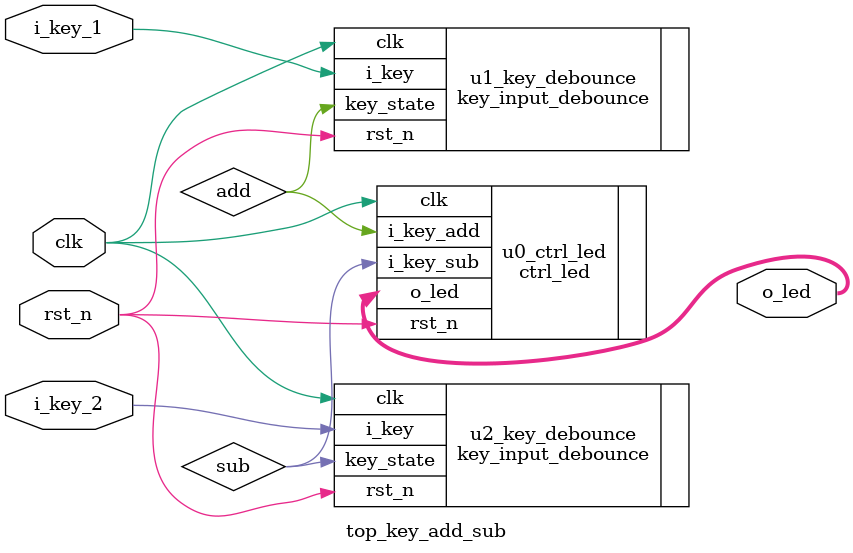
<source format=v>
`timescale 1ns / 1ps


module top_key_add_sub(
    clk, rst_n, i_key_1, i_key_2, o_led
    );
    input clk;
    input rst_n;

    input i_key_1;
    input i_key_2;

    output wire [3 : 0] o_led;

    wire add, sub;

    key_input_debounce   u1_key_debounce(
        .clk           (clk), 
        .rst_n         (rst_n), 
        .i_key         (i_key_1), 
        .key_state     (add)
    );

    key_input_debounce   u2_key_debounce(
        .clk           (clk), 
        .rst_n         (rst_n), 
        .i_key         (i_key_2), 
        .key_state     (sub)
    );

    ctrl_led u0_ctrl_led(
        .clk           (clk),
        .rst_n         (rst_n),
        .i_key_add     (add),
        .i_key_sub     (sub),
        .o_led         (o_led)
    );
endmodule

</source>
